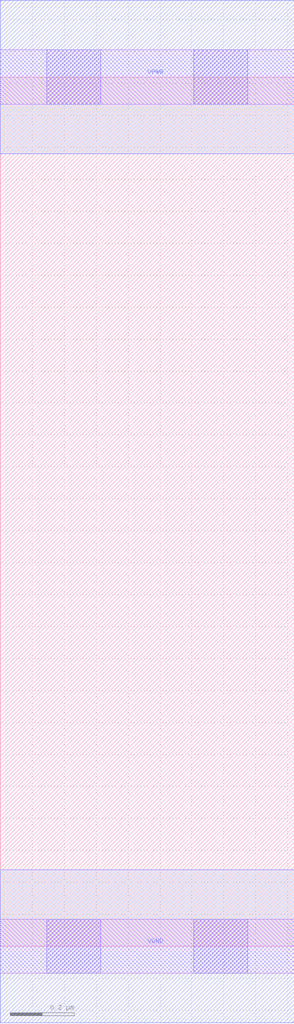
<source format=lef>
# Copyright 2020 The SkyWater PDK Authors
#
# Licensed under the Apache License, Version 2.0 (the "License");
# you may not use this file except in compliance with the License.
# You may obtain a copy of the License at
#
#     https://www.apache.org/licenses/LICENSE-2.0
#
# Unless required by applicable law or agreed to in writing, software
# distributed under the License is distributed on an "AS IS" BASIS,
# WITHOUT WARRANTIES OR CONDITIONS OF ANY KIND, either express or implied.
# See the License for the specific language governing permissions and
# limitations under the License.
#
# SPDX-License-Identifier: Apache-2.0

VERSION 5.7 ;
  NAMESCASESENSITIVE ON ;
  NOWIREEXTENSIONATPIN ON ;
  DIVIDERCHAR "/" ;
  BUSBITCHARS "[]" ;
UNITS
  DATABASE MICRONS 200 ;
END UNITS
PROPERTYDEFINITIONS
  MACRO maskLayoutSubType STRING ;
  MACRO prCellType STRING ;
  MACRO originalViewName STRING ;
END PROPERTYDEFINITIONS
MACRO sky130_fd_sc_hdll__fill_2
  CLASS CORE ;
  FOREIGN sky130_fd_sc_hdll__fill_2 ;
  ORIGIN  0.000000  0.000000 ;
  SIZE  0.920000 BY  2.720000 ;
  SYMMETRY X Y R90 ;
  SITE unithd ;
  PIN VGND
    DIRECTION INOUT ;
    USE GROUND ;
    PORT
      LAYER met1 ;
        RECT 0.000000 -0.240000 0.920000 0.240000 ;
    END
  END VGND
  PIN VPWR
    DIRECTION INOUT ;
    USE POWER ;
    PORT
      LAYER met1 ;
        RECT 0.000000 2.480000 0.920000 2.960000 ;
    END
  END VPWR
  OBS
    LAYER li1 ;
      RECT 0.000000 -0.085000 0.920000 0.085000 ;
      RECT 0.000000  2.635000 0.920000 2.805000 ;
    LAYER mcon ;
      RECT 0.145000 -0.085000 0.315000 0.085000 ;
      RECT 0.145000  2.635000 0.315000 2.805000 ;
      RECT 0.605000 -0.085000 0.775000 0.085000 ;
      RECT 0.605000  2.635000 0.775000 2.805000 ;
  END
  PROPERTY maskLayoutSubType "abstract" ;
  PROPERTY prCellType "standard" ;
  PROPERTY originalViewName "layout" ;
END sky130_fd_sc_hdll__fill_2
END LIBRARY

</source>
